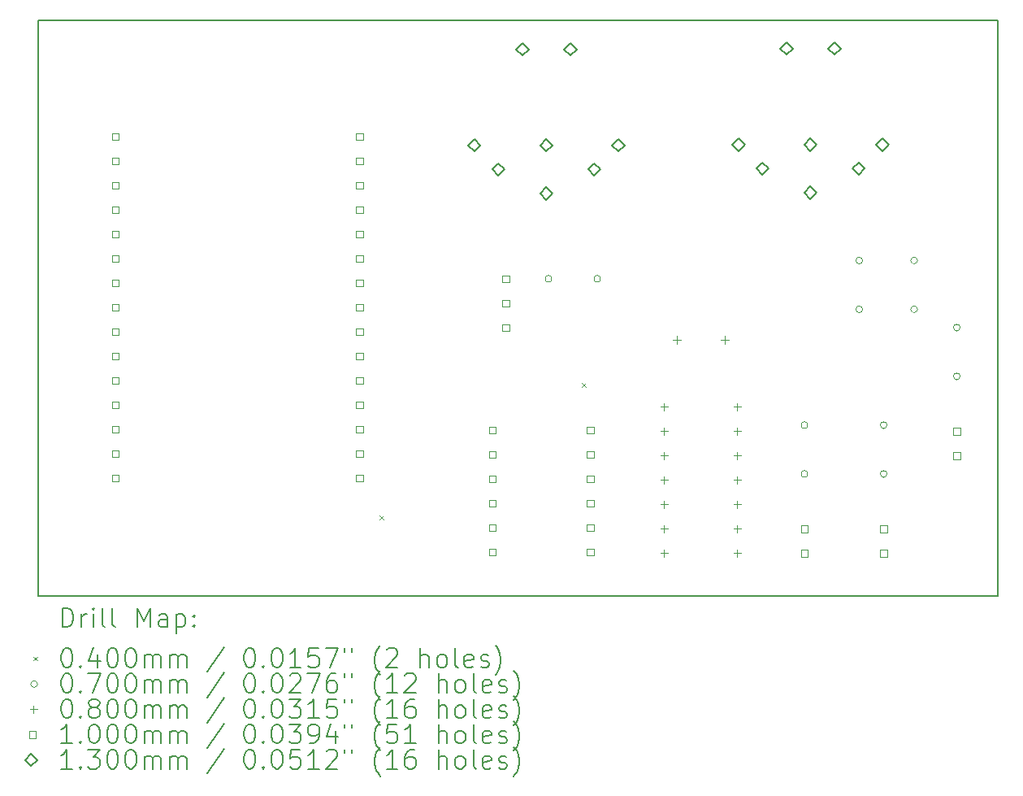
<source format=gbr>
%TF.GenerationSoftware,KiCad,Pcbnew,(6.0.11)*%
%TF.CreationDate,2024-07-28T13:45:36-05:00*%
%TF.ProjectId,iecprinter,69656370-7269-46e7-9465-722e6b696361,rev?*%
%TF.SameCoordinates,Original*%
%TF.FileFunction,Drillmap*%
%TF.FilePolarity,Positive*%
%FSLAX45Y45*%
G04 Gerber Fmt 4.5, Leading zero omitted, Abs format (unit mm)*
G04 Created by KiCad (PCBNEW (6.0.11)) date 2024-07-28 13:45:36*
%MOMM*%
%LPD*%
G01*
G04 APERTURE LIST*
%ADD10C,0.200000*%
%ADD11C,0.040000*%
%ADD12C,0.070000*%
%ADD13C,0.080000*%
%ADD14C,0.100000*%
%ADD15C,0.130000*%
G04 APERTURE END LIST*
D10*
X9100000Y-4100000D02*
X19100000Y-4100000D01*
X19100000Y-4100000D02*
X19100000Y-10100000D01*
X19100000Y-10100000D02*
X9100000Y-10100000D01*
X9100000Y-10100000D02*
X9100000Y-4100000D01*
D11*
X12657050Y-9260190D02*
X12697050Y-9300190D01*
X12697050Y-9260190D02*
X12657050Y-9300190D01*
X14761900Y-7881120D02*
X14801900Y-7921120D01*
X14801900Y-7881120D02*
X14761900Y-7921120D01*
D12*
X14449500Y-6794500D02*
G75*
G03*
X14449500Y-6794500I-35000J0D01*
G01*
X14957500Y-6794500D02*
G75*
G03*
X14957500Y-6794500I-35000J0D01*
G01*
X17116500Y-8318500D02*
G75*
G03*
X17116500Y-8318500I-35000J0D01*
G01*
X17116500Y-8826500D02*
G75*
G03*
X17116500Y-8826500I-35000J0D01*
G01*
X17688000Y-6604000D02*
G75*
G03*
X17688000Y-6604000I-35000J0D01*
G01*
X17688000Y-7112000D02*
G75*
G03*
X17688000Y-7112000I-35000J0D01*
G01*
X17942000Y-8318500D02*
G75*
G03*
X17942000Y-8318500I-35000J0D01*
G01*
X17942000Y-8826500D02*
G75*
G03*
X17942000Y-8826500I-35000J0D01*
G01*
X18259500Y-6604000D02*
G75*
G03*
X18259500Y-6604000I-35000J0D01*
G01*
X18259500Y-7112000D02*
G75*
G03*
X18259500Y-7112000I-35000J0D01*
G01*
X18704000Y-7302500D02*
G75*
G03*
X18704000Y-7302500I-35000J0D01*
G01*
X18704000Y-7810500D02*
G75*
G03*
X18704000Y-7810500I-35000J0D01*
G01*
D13*
X15621000Y-8088000D02*
X15621000Y-8168000D01*
X15581000Y-8128000D02*
X15661000Y-8128000D01*
X15621000Y-8342000D02*
X15621000Y-8422000D01*
X15581000Y-8382000D02*
X15661000Y-8382000D01*
X15621000Y-8596000D02*
X15621000Y-8676000D01*
X15581000Y-8636000D02*
X15661000Y-8636000D01*
X15621000Y-8850000D02*
X15621000Y-8930000D01*
X15581000Y-8890000D02*
X15661000Y-8890000D01*
X15621000Y-9104000D02*
X15621000Y-9184000D01*
X15581000Y-9144000D02*
X15661000Y-9144000D01*
X15621000Y-9358000D02*
X15621000Y-9438000D01*
X15581000Y-9398000D02*
X15661000Y-9398000D01*
X15621000Y-9612000D02*
X15621000Y-9692000D01*
X15581000Y-9652000D02*
X15661000Y-9652000D01*
X15752000Y-7389500D02*
X15752000Y-7469500D01*
X15712000Y-7429500D02*
X15792000Y-7429500D01*
X16252000Y-7389500D02*
X16252000Y-7469500D01*
X16212000Y-7429500D02*
X16292000Y-7429500D01*
X16383000Y-8088000D02*
X16383000Y-8168000D01*
X16343000Y-8128000D02*
X16423000Y-8128000D01*
X16383000Y-8342000D02*
X16383000Y-8422000D01*
X16343000Y-8382000D02*
X16423000Y-8382000D01*
X16383000Y-8596000D02*
X16383000Y-8676000D01*
X16343000Y-8636000D02*
X16423000Y-8636000D01*
X16383000Y-8850000D02*
X16383000Y-8930000D01*
X16343000Y-8890000D02*
X16423000Y-8890000D01*
X16383000Y-9104000D02*
X16383000Y-9184000D01*
X16343000Y-9144000D02*
X16423000Y-9144000D01*
X16383000Y-9358000D02*
X16383000Y-9438000D01*
X16343000Y-9398000D02*
X16423000Y-9398000D01*
X16383000Y-9612000D02*
X16383000Y-9692000D01*
X16343000Y-9652000D02*
X16423000Y-9652000D01*
D14*
X9936356Y-5346606D02*
X9936356Y-5275894D01*
X9865644Y-5275894D01*
X9865644Y-5346606D01*
X9936356Y-5346606D01*
X9936356Y-5600606D02*
X9936356Y-5529894D01*
X9865644Y-5529894D01*
X9865644Y-5600606D01*
X9936356Y-5600606D01*
X9936356Y-5854606D02*
X9936356Y-5783894D01*
X9865644Y-5783894D01*
X9865644Y-5854606D01*
X9936356Y-5854606D01*
X9936356Y-6108606D02*
X9936356Y-6037894D01*
X9865644Y-6037894D01*
X9865644Y-6108606D01*
X9936356Y-6108606D01*
X9936356Y-6362606D02*
X9936356Y-6291894D01*
X9865644Y-6291894D01*
X9865644Y-6362606D01*
X9936356Y-6362606D01*
X9936356Y-6616606D02*
X9936356Y-6545894D01*
X9865644Y-6545894D01*
X9865644Y-6616606D01*
X9936356Y-6616606D01*
X9936356Y-6870606D02*
X9936356Y-6799894D01*
X9865644Y-6799894D01*
X9865644Y-6870606D01*
X9936356Y-6870606D01*
X9936356Y-7124606D02*
X9936356Y-7053894D01*
X9865644Y-7053894D01*
X9865644Y-7124606D01*
X9936356Y-7124606D01*
X9936356Y-7378606D02*
X9936356Y-7307894D01*
X9865644Y-7307894D01*
X9865644Y-7378606D01*
X9936356Y-7378606D01*
X9936356Y-7632606D02*
X9936356Y-7561894D01*
X9865644Y-7561894D01*
X9865644Y-7632606D01*
X9936356Y-7632606D01*
X9936356Y-7886606D02*
X9936356Y-7815894D01*
X9865644Y-7815894D01*
X9865644Y-7886606D01*
X9936356Y-7886606D01*
X9936356Y-8140606D02*
X9936356Y-8069894D01*
X9865644Y-8069894D01*
X9865644Y-8140606D01*
X9936356Y-8140606D01*
X9936356Y-8394606D02*
X9936356Y-8323894D01*
X9865644Y-8323894D01*
X9865644Y-8394606D01*
X9936356Y-8394606D01*
X9936356Y-8648606D02*
X9936356Y-8577894D01*
X9865644Y-8577894D01*
X9865644Y-8648606D01*
X9936356Y-8648606D01*
X9936356Y-8902606D02*
X9936356Y-8831894D01*
X9865644Y-8831894D01*
X9865644Y-8902606D01*
X9936356Y-8902606D01*
X12480356Y-5346606D02*
X12480356Y-5275894D01*
X12409644Y-5275894D01*
X12409644Y-5346606D01*
X12480356Y-5346606D01*
X12480356Y-5600606D02*
X12480356Y-5529894D01*
X12409644Y-5529894D01*
X12409644Y-5600606D01*
X12480356Y-5600606D01*
X12480356Y-5854606D02*
X12480356Y-5783894D01*
X12409644Y-5783894D01*
X12409644Y-5854606D01*
X12480356Y-5854606D01*
X12480356Y-6108606D02*
X12480356Y-6037894D01*
X12409644Y-6037894D01*
X12409644Y-6108606D01*
X12480356Y-6108606D01*
X12480356Y-6362606D02*
X12480356Y-6291894D01*
X12409644Y-6291894D01*
X12409644Y-6362606D01*
X12480356Y-6362606D01*
X12480356Y-6616606D02*
X12480356Y-6545894D01*
X12409644Y-6545894D01*
X12409644Y-6616606D01*
X12480356Y-6616606D01*
X12480356Y-6870606D02*
X12480356Y-6799894D01*
X12409644Y-6799894D01*
X12409644Y-6870606D01*
X12480356Y-6870606D01*
X12480356Y-7124606D02*
X12480356Y-7053894D01*
X12409644Y-7053894D01*
X12409644Y-7124606D01*
X12480356Y-7124606D01*
X12480356Y-7378606D02*
X12480356Y-7307894D01*
X12409644Y-7307894D01*
X12409644Y-7378606D01*
X12480356Y-7378606D01*
X12480356Y-7632606D02*
X12480356Y-7561894D01*
X12409644Y-7561894D01*
X12409644Y-7632606D01*
X12480356Y-7632606D01*
X12480356Y-7886606D02*
X12480356Y-7815894D01*
X12409644Y-7815894D01*
X12409644Y-7886606D01*
X12480356Y-7886606D01*
X12480356Y-8140606D02*
X12480356Y-8069894D01*
X12409644Y-8069894D01*
X12409644Y-8140606D01*
X12480356Y-8140606D01*
X12480356Y-8394606D02*
X12480356Y-8323894D01*
X12409644Y-8323894D01*
X12409644Y-8394606D01*
X12480356Y-8394606D01*
X12480356Y-8648606D02*
X12480356Y-8577894D01*
X12409644Y-8577894D01*
X12409644Y-8648606D01*
X12480356Y-8648606D01*
X12480356Y-8902606D02*
X12480356Y-8831894D01*
X12409644Y-8831894D01*
X12409644Y-8902606D01*
X12480356Y-8902606D01*
X13866356Y-8404106D02*
X13866356Y-8333394D01*
X13795644Y-8333394D01*
X13795644Y-8404106D01*
X13866356Y-8404106D01*
X13866356Y-8658106D02*
X13866356Y-8587394D01*
X13795644Y-8587394D01*
X13795644Y-8658106D01*
X13866356Y-8658106D01*
X13866356Y-8912106D02*
X13866356Y-8841394D01*
X13795644Y-8841394D01*
X13795644Y-8912106D01*
X13866356Y-8912106D01*
X13866356Y-9166106D02*
X13866356Y-9095394D01*
X13795644Y-9095394D01*
X13795644Y-9166106D01*
X13866356Y-9166106D01*
X13866356Y-9420106D02*
X13866356Y-9349394D01*
X13795644Y-9349394D01*
X13795644Y-9420106D01*
X13866356Y-9420106D01*
X13866356Y-9674106D02*
X13866356Y-9603394D01*
X13795644Y-9603394D01*
X13795644Y-9674106D01*
X13866356Y-9674106D01*
X14005356Y-6831356D02*
X14005356Y-6760644D01*
X13934644Y-6760644D01*
X13934644Y-6831356D01*
X14005356Y-6831356D01*
X14005356Y-7085356D02*
X14005356Y-7014644D01*
X13934644Y-7014644D01*
X13934644Y-7085356D01*
X14005356Y-7085356D01*
X14005356Y-7339356D02*
X14005356Y-7268644D01*
X13934644Y-7268644D01*
X13934644Y-7339356D01*
X14005356Y-7339356D01*
X14886356Y-8408106D02*
X14886356Y-8337394D01*
X14815644Y-8337394D01*
X14815644Y-8408106D01*
X14886356Y-8408106D01*
X14886356Y-8662106D02*
X14886356Y-8591394D01*
X14815644Y-8591394D01*
X14815644Y-8662106D01*
X14886356Y-8662106D01*
X14886356Y-8916106D02*
X14886356Y-8845394D01*
X14815644Y-8845394D01*
X14815644Y-8916106D01*
X14886356Y-8916106D01*
X14886356Y-9170106D02*
X14886356Y-9099394D01*
X14815644Y-9099394D01*
X14815644Y-9170106D01*
X14886356Y-9170106D01*
X14886356Y-9424106D02*
X14886356Y-9353394D01*
X14815644Y-9353394D01*
X14815644Y-9424106D01*
X14886356Y-9424106D01*
X14886356Y-9674106D02*
X14886356Y-9603394D01*
X14815644Y-9603394D01*
X14815644Y-9674106D01*
X14886356Y-9674106D01*
X17116856Y-9432856D02*
X17116856Y-9362144D01*
X17046144Y-9362144D01*
X17046144Y-9432856D01*
X17116856Y-9432856D01*
X17116856Y-9686856D02*
X17116856Y-9616144D01*
X17046144Y-9616144D01*
X17046144Y-9686856D01*
X17116856Y-9686856D01*
X17942356Y-9432856D02*
X17942356Y-9362144D01*
X17871644Y-9362144D01*
X17871644Y-9432856D01*
X17942356Y-9432856D01*
X17942356Y-9686856D02*
X17942356Y-9616144D01*
X17871644Y-9616144D01*
X17871644Y-9686856D01*
X17942356Y-9686856D01*
X18704356Y-8416856D02*
X18704356Y-8346144D01*
X18633644Y-8346144D01*
X18633644Y-8416856D01*
X18704356Y-8416856D01*
X18704356Y-8670856D02*
X18704356Y-8600144D01*
X18633644Y-8600144D01*
X18633644Y-8670856D01*
X18704356Y-8670856D01*
D15*
X13642250Y-5470000D02*
X13707250Y-5405000D01*
X13642250Y-5340000D01*
X13577250Y-5405000D01*
X13642250Y-5470000D01*
X13892250Y-5720000D02*
X13957250Y-5655000D01*
X13892250Y-5590000D01*
X13827250Y-5655000D01*
X13892250Y-5720000D01*
X14142250Y-4470000D02*
X14207250Y-4405000D01*
X14142250Y-4340000D01*
X14077250Y-4405000D01*
X14142250Y-4470000D01*
X14392250Y-5470000D02*
X14457250Y-5405000D01*
X14392250Y-5340000D01*
X14327250Y-5405000D01*
X14392250Y-5470000D01*
X14392250Y-5970000D02*
X14457250Y-5905000D01*
X14392250Y-5840000D01*
X14327250Y-5905000D01*
X14392250Y-5970000D01*
X14642250Y-4470000D02*
X14707250Y-4405000D01*
X14642250Y-4340000D01*
X14577250Y-4405000D01*
X14642250Y-4470000D01*
X14892250Y-5720000D02*
X14957250Y-5655000D01*
X14892250Y-5590000D01*
X14827250Y-5655000D01*
X14892250Y-5720000D01*
X15142250Y-5470000D02*
X15207250Y-5405000D01*
X15142250Y-5340000D01*
X15077250Y-5405000D01*
X15142250Y-5470000D01*
X16395000Y-5462500D02*
X16460000Y-5397500D01*
X16395000Y-5332500D01*
X16330000Y-5397500D01*
X16395000Y-5462500D01*
X16645000Y-5712500D02*
X16710000Y-5647500D01*
X16645000Y-5582500D01*
X16580000Y-5647500D01*
X16645000Y-5712500D01*
X16895000Y-4462500D02*
X16960000Y-4397500D01*
X16895000Y-4332500D01*
X16830000Y-4397500D01*
X16895000Y-4462500D01*
X17145000Y-5462500D02*
X17210000Y-5397500D01*
X17145000Y-5332500D01*
X17080000Y-5397500D01*
X17145000Y-5462500D01*
X17145000Y-5962500D02*
X17210000Y-5897500D01*
X17145000Y-5832500D01*
X17080000Y-5897500D01*
X17145000Y-5962500D01*
X17395000Y-4462500D02*
X17460000Y-4397500D01*
X17395000Y-4332500D01*
X17330000Y-4397500D01*
X17395000Y-4462500D01*
X17645000Y-5712500D02*
X17710000Y-5647500D01*
X17645000Y-5582500D01*
X17580000Y-5647500D01*
X17645000Y-5712500D01*
X17895000Y-5462500D02*
X17960000Y-5397500D01*
X17895000Y-5332500D01*
X17830000Y-5397500D01*
X17895000Y-5462500D01*
D10*
X9347619Y-10420476D02*
X9347619Y-10220476D01*
X9395238Y-10220476D01*
X9423810Y-10230000D01*
X9442857Y-10249048D01*
X9452381Y-10268095D01*
X9461905Y-10306190D01*
X9461905Y-10334762D01*
X9452381Y-10372857D01*
X9442857Y-10391905D01*
X9423810Y-10410952D01*
X9395238Y-10420476D01*
X9347619Y-10420476D01*
X9547619Y-10420476D02*
X9547619Y-10287143D01*
X9547619Y-10325238D02*
X9557143Y-10306190D01*
X9566667Y-10296667D01*
X9585714Y-10287143D01*
X9604762Y-10287143D01*
X9671429Y-10420476D02*
X9671429Y-10287143D01*
X9671429Y-10220476D02*
X9661905Y-10230000D01*
X9671429Y-10239524D01*
X9680952Y-10230000D01*
X9671429Y-10220476D01*
X9671429Y-10239524D01*
X9795238Y-10420476D02*
X9776190Y-10410952D01*
X9766667Y-10391905D01*
X9766667Y-10220476D01*
X9900000Y-10420476D02*
X9880952Y-10410952D01*
X9871429Y-10391905D01*
X9871429Y-10220476D01*
X10128571Y-10420476D02*
X10128571Y-10220476D01*
X10195238Y-10363333D01*
X10261905Y-10220476D01*
X10261905Y-10420476D01*
X10442857Y-10420476D02*
X10442857Y-10315714D01*
X10433333Y-10296667D01*
X10414286Y-10287143D01*
X10376190Y-10287143D01*
X10357143Y-10296667D01*
X10442857Y-10410952D02*
X10423810Y-10420476D01*
X10376190Y-10420476D01*
X10357143Y-10410952D01*
X10347619Y-10391905D01*
X10347619Y-10372857D01*
X10357143Y-10353810D01*
X10376190Y-10344286D01*
X10423810Y-10344286D01*
X10442857Y-10334762D01*
X10538095Y-10287143D02*
X10538095Y-10487143D01*
X10538095Y-10296667D02*
X10557143Y-10287143D01*
X10595238Y-10287143D01*
X10614286Y-10296667D01*
X10623810Y-10306190D01*
X10633333Y-10325238D01*
X10633333Y-10382381D01*
X10623810Y-10401429D01*
X10614286Y-10410952D01*
X10595238Y-10420476D01*
X10557143Y-10420476D01*
X10538095Y-10410952D01*
X10719048Y-10401429D02*
X10728571Y-10410952D01*
X10719048Y-10420476D01*
X10709524Y-10410952D01*
X10719048Y-10401429D01*
X10719048Y-10420476D01*
X10719048Y-10296667D02*
X10728571Y-10306190D01*
X10719048Y-10315714D01*
X10709524Y-10306190D01*
X10719048Y-10296667D01*
X10719048Y-10315714D01*
D11*
X9050000Y-10730000D02*
X9090000Y-10770000D01*
X9090000Y-10730000D02*
X9050000Y-10770000D01*
D10*
X9385714Y-10640476D02*
X9404762Y-10640476D01*
X9423810Y-10650000D01*
X9433333Y-10659524D01*
X9442857Y-10678571D01*
X9452381Y-10716667D01*
X9452381Y-10764286D01*
X9442857Y-10802381D01*
X9433333Y-10821429D01*
X9423810Y-10830952D01*
X9404762Y-10840476D01*
X9385714Y-10840476D01*
X9366667Y-10830952D01*
X9357143Y-10821429D01*
X9347619Y-10802381D01*
X9338095Y-10764286D01*
X9338095Y-10716667D01*
X9347619Y-10678571D01*
X9357143Y-10659524D01*
X9366667Y-10650000D01*
X9385714Y-10640476D01*
X9538095Y-10821429D02*
X9547619Y-10830952D01*
X9538095Y-10840476D01*
X9528571Y-10830952D01*
X9538095Y-10821429D01*
X9538095Y-10840476D01*
X9719048Y-10707143D02*
X9719048Y-10840476D01*
X9671429Y-10630952D02*
X9623810Y-10773810D01*
X9747619Y-10773810D01*
X9861905Y-10640476D02*
X9880952Y-10640476D01*
X9900000Y-10650000D01*
X9909524Y-10659524D01*
X9919048Y-10678571D01*
X9928571Y-10716667D01*
X9928571Y-10764286D01*
X9919048Y-10802381D01*
X9909524Y-10821429D01*
X9900000Y-10830952D01*
X9880952Y-10840476D01*
X9861905Y-10840476D01*
X9842857Y-10830952D01*
X9833333Y-10821429D01*
X9823810Y-10802381D01*
X9814286Y-10764286D01*
X9814286Y-10716667D01*
X9823810Y-10678571D01*
X9833333Y-10659524D01*
X9842857Y-10650000D01*
X9861905Y-10640476D01*
X10052381Y-10640476D02*
X10071429Y-10640476D01*
X10090476Y-10650000D01*
X10100000Y-10659524D01*
X10109524Y-10678571D01*
X10119048Y-10716667D01*
X10119048Y-10764286D01*
X10109524Y-10802381D01*
X10100000Y-10821429D01*
X10090476Y-10830952D01*
X10071429Y-10840476D01*
X10052381Y-10840476D01*
X10033333Y-10830952D01*
X10023810Y-10821429D01*
X10014286Y-10802381D01*
X10004762Y-10764286D01*
X10004762Y-10716667D01*
X10014286Y-10678571D01*
X10023810Y-10659524D01*
X10033333Y-10650000D01*
X10052381Y-10640476D01*
X10204762Y-10840476D02*
X10204762Y-10707143D01*
X10204762Y-10726190D02*
X10214286Y-10716667D01*
X10233333Y-10707143D01*
X10261905Y-10707143D01*
X10280952Y-10716667D01*
X10290476Y-10735714D01*
X10290476Y-10840476D01*
X10290476Y-10735714D02*
X10300000Y-10716667D01*
X10319048Y-10707143D01*
X10347619Y-10707143D01*
X10366667Y-10716667D01*
X10376190Y-10735714D01*
X10376190Y-10840476D01*
X10471429Y-10840476D02*
X10471429Y-10707143D01*
X10471429Y-10726190D02*
X10480952Y-10716667D01*
X10500000Y-10707143D01*
X10528571Y-10707143D01*
X10547619Y-10716667D01*
X10557143Y-10735714D01*
X10557143Y-10840476D01*
X10557143Y-10735714D02*
X10566667Y-10716667D01*
X10585714Y-10707143D01*
X10614286Y-10707143D01*
X10633333Y-10716667D01*
X10642857Y-10735714D01*
X10642857Y-10840476D01*
X11033333Y-10630952D02*
X10861905Y-10888095D01*
X11290476Y-10640476D02*
X11309524Y-10640476D01*
X11328571Y-10650000D01*
X11338095Y-10659524D01*
X11347619Y-10678571D01*
X11357143Y-10716667D01*
X11357143Y-10764286D01*
X11347619Y-10802381D01*
X11338095Y-10821429D01*
X11328571Y-10830952D01*
X11309524Y-10840476D01*
X11290476Y-10840476D01*
X11271428Y-10830952D01*
X11261905Y-10821429D01*
X11252381Y-10802381D01*
X11242857Y-10764286D01*
X11242857Y-10716667D01*
X11252381Y-10678571D01*
X11261905Y-10659524D01*
X11271428Y-10650000D01*
X11290476Y-10640476D01*
X11442857Y-10821429D02*
X11452381Y-10830952D01*
X11442857Y-10840476D01*
X11433333Y-10830952D01*
X11442857Y-10821429D01*
X11442857Y-10840476D01*
X11576190Y-10640476D02*
X11595238Y-10640476D01*
X11614286Y-10650000D01*
X11623809Y-10659524D01*
X11633333Y-10678571D01*
X11642857Y-10716667D01*
X11642857Y-10764286D01*
X11633333Y-10802381D01*
X11623809Y-10821429D01*
X11614286Y-10830952D01*
X11595238Y-10840476D01*
X11576190Y-10840476D01*
X11557143Y-10830952D01*
X11547619Y-10821429D01*
X11538095Y-10802381D01*
X11528571Y-10764286D01*
X11528571Y-10716667D01*
X11538095Y-10678571D01*
X11547619Y-10659524D01*
X11557143Y-10650000D01*
X11576190Y-10640476D01*
X11833333Y-10840476D02*
X11719048Y-10840476D01*
X11776190Y-10840476D02*
X11776190Y-10640476D01*
X11757143Y-10669048D01*
X11738095Y-10688095D01*
X11719048Y-10697619D01*
X12014286Y-10640476D02*
X11919048Y-10640476D01*
X11909524Y-10735714D01*
X11919048Y-10726190D01*
X11938095Y-10716667D01*
X11985714Y-10716667D01*
X12004762Y-10726190D01*
X12014286Y-10735714D01*
X12023809Y-10754762D01*
X12023809Y-10802381D01*
X12014286Y-10821429D01*
X12004762Y-10830952D01*
X11985714Y-10840476D01*
X11938095Y-10840476D01*
X11919048Y-10830952D01*
X11909524Y-10821429D01*
X12090476Y-10640476D02*
X12223809Y-10640476D01*
X12138095Y-10840476D01*
X12290476Y-10640476D02*
X12290476Y-10678571D01*
X12366667Y-10640476D02*
X12366667Y-10678571D01*
X12661905Y-10916667D02*
X12652381Y-10907143D01*
X12633333Y-10878571D01*
X12623809Y-10859524D01*
X12614286Y-10830952D01*
X12604762Y-10783333D01*
X12604762Y-10745238D01*
X12614286Y-10697619D01*
X12623809Y-10669048D01*
X12633333Y-10650000D01*
X12652381Y-10621429D01*
X12661905Y-10611905D01*
X12728571Y-10659524D02*
X12738095Y-10650000D01*
X12757143Y-10640476D01*
X12804762Y-10640476D01*
X12823809Y-10650000D01*
X12833333Y-10659524D01*
X12842857Y-10678571D01*
X12842857Y-10697619D01*
X12833333Y-10726190D01*
X12719048Y-10840476D01*
X12842857Y-10840476D01*
X13080952Y-10840476D02*
X13080952Y-10640476D01*
X13166667Y-10840476D02*
X13166667Y-10735714D01*
X13157143Y-10716667D01*
X13138095Y-10707143D01*
X13109524Y-10707143D01*
X13090476Y-10716667D01*
X13080952Y-10726190D01*
X13290476Y-10840476D02*
X13271428Y-10830952D01*
X13261905Y-10821429D01*
X13252381Y-10802381D01*
X13252381Y-10745238D01*
X13261905Y-10726190D01*
X13271428Y-10716667D01*
X13290476Y-10707143D01*
X13319048Y-10707143D01*
X13338095Y-10716667D01*
X13347619Y-10726190D01*
X13357143Y-10745238D01*
X13357143Y-10802381D01*
X13347619Y-10821429D01*
X13338095Y-10830952D01*
X13319048Y-10840476D01*
X13290476Y-10840476D01*
X13471428Y-10840476D02*
X13452381Y-10830952D01*
X13442857Y-10811905D01*
X13442857Y-10640476D01*
X13623809Y-10830952D02*
X13604762Y-10840476D01*
X13566667Y-10840476D01*
X13547619Y-10830952D01*
X13538095Y-10811905D01*
X13538095Y-10735714D01*
X13547619Y-10716667D01*
X13566667Y-10707143D01*
X13604762Y-10707143D01*
X13623809Y-10716667D01*
X13633333Y-10735714D01*
X13633333Y-10754762D01*
X13538095Y-10773810D01*
X13709524Y-10830952D02*
X13728571Y-10840476D01*
X13766667Y-10840476D01*
X13785714Y-10830952D01*
X13795238Y-10811905D01*
X13795238Y-10802381D01*
X13785714Y-10783333D01*
X13766667Y-10773810D01*
X13738095Y-10773810D01*
X13719048Y-10764286D01*
X13709524Y-10745238D01*
X13709524Y-10735714D01*
X13719048Y-10716667D01*
X13738095Y-10707143D01*
X13766667Y-10707143D01*
X13785714Y-10716667D01*
X13861905Y-10916667D02*
X13871428Y-10907143D01*
X13890476Y-10878571D01*
X13900000Y-10859524D01*
X13909524Y-10830952D01*
X13919048Y-10783333D01*
X13919048Y-10745238D01*
X13909524Y-10697619D01*
X13900000Y-10669048D01*
X13890476Y-10650000D01*
X13871428Y-10621429D01*
X13861905Y-10611905D01*
D12*
X9090000Y-11014000D02*
G75*
G03*
X9090000Y-11014000I-35000J0D01*
G01*
D10*
X9385714Y-10904476D02*
X9404762Y-10904476D01*
X9423810Y-10914000D01*
X9433333Y-10923524D01*
X9442857Y-10942571D01*
X9452381Y-10980667D01*
X9452381Y-11028286D01*
X9442857Y-11066381D01*
X9433333Y-11085429D01*
X9423810Y-11094952D01*
X9404762Y-11104476D01*
X9385714Y-11104476D01*
X9366667Y-11094952D01*
X9357143Y-11085429D01*
X9347619Y-11066381D01*
X9338095Y-11028286D01*
X9338095Y-10980667D01*
X9347619Y-10942571D01*
X9357143Y-10923524D01*
X9366667Y-10914000D01*
X9385714Y-10904476D01*
X9538095Y-11085429D02*
X9547619Y-11094952D01*
X9538095Y-11104476D01*
X9528571Y-11094952D01*
X9538095Y-11085429D01*
X9538095Y-11104476D01*
X9614286Y-10904476D02*
X9747619Y-10904476D01*
X9661905Y-11104476D01*
X9861905Y-10904476D02*
X9880952Y-10904476D01*
X9900000Y-10914000D01*
X9909524Y-10923524D01*
X9919048Y-10942571D01*
X9928571Y-10980667D01*
X9928571Y-11028286D01*
X9919048Y-11066381D01*
X9909524Y-11085429D01*
X9900000Y-11094952D01*
X9880952Y-11104476D01*
X9861905Y-11104476D01*
X9842857Y-11094952D01*
X9833333Y-11085429D01*
X9823810Y-11066381D01*
X9814286Y-11028286D01*
X9814286Y-10980667D01*
X9823810Y-10942571D01*
X9833333Y-10923524D01*
X9842857Y-10914000D01*
X9861905Y-10904476D01*
X10052381Y-10904476D02*
X10071429Y-10904476D01*
X10090476Y-10914000D01*
X10100000Y-10923524D01*
X10109524Y-10942571D01*
X10119048Y-10980667D01*
X10119048Y-11028286D01*
X10109524Y-11066381D01*
X10100000Y-11085429D01*
X10090476Y-11094952D01*
X10071429Y-11104476D01*
X10052381Y-11104476D01*
X10033333Y-11094952D01*
X10023810Y-11085429D01*
X10014286Y-11066381D01*
X10004762Y-11028286D01*
X10004762Y-10980667D01*
X10014286Y-10942571D01*
X10023810Y-10923524D01*
X10033333Y-10914000D01*
X10052381Y-10904476D01*
X10204762Y-11104476D02*
X10204762Y-10971143D01*
X10204762Y-10990190D02*
X10214286Y-10980667D01*
X10233333Y-10971143D01*
X10261905Y-10971143D01*
X10280952Y-10980667D01*
X10290476Y-10999714D01*
X10290476Y-11104476D01*
X10290476Y-10999714D02*
X10300000Y-10980667D01*
X10319048Y-10971143D01*
X10347619Y-10971143D01*
X10366667Y-10980667D01*
X10376190Y-10999714D01*
X10376190Y-11104476D01*
X10471429Y-11104476D02*
X10471429Y-10971143D01*
X10471429Y-10990190D02*
X10480952Y-10980667D01*
X10500000Y-10971143D01*
X10528571Y-10971143D01*
X10547619Y-10980667D01*
X10557143Y-10999714D01*
X10557143Y-11104476D01*
X10557143Y-10999714D02*
X10566667Y-10980667D01*
X10585714Y-10971143D01*
X10614286Y-10971143D01*
X10633333Y-10980667D01*
X10642857Y-10999714D01*
X10642857Y-11104476D01*
X11033333Y-10894952D02*
X10861905Y-11152095D01*
X11290476Y-10904476D02*
X11309524Y-10904476D01*
X11328571Y-10914000D01*
X11338095Y-10923524D01*
X11347619Y-10942571D01*
X11357143Y-10980667D01*
X11357143Y-11028286D01*
X11347619Y-11066381D01*
X11338095Y-11085429D01*
X11328571Y-11094952D01*
X11309524Y-11104476D01*
X11290476Y-11104476D01*
X11271428Y-11094952D01*
X11261905Y-11085429D01*
X11252381Y-11066381D01*
X11242857Y-11028286D01*
X11242857Y-10980667D01*
X11252381Y-10942571D01*
X11261905Y-10923524D01*
X11271428Y-10914000D01*
X11290476Y-10904476D01*
X11442857Y-11085429D02*
X11452381Y-11094952D01*
X11442857Y-11104476D01*
X11433333Y-11094952D01*
X11442857Y-11085429D01*
X11442857Y-11104476D01*
X11576190Y-10904476D02*
X11595238Y-10904476D01*
X11614286Y-10914000D01*
X11623809Y-10923524D01*
X11633333Y-10942571D01*
X11642857Y-10980667D01*
X11642857Y-11028286D01*
X11633333Y-11066381D01*
X11623809Y-11085429D01*
X11614286Y-11094952D01*
X11595238Y-11104476D01*
X11576190Y-11104476D01*
X11557143Y-11094952D01*
X11547619Y-11085429D01*
X11538095Y-11066381D01*
X11528571Y-11028286D01*
X11528571Y-10980667D01*
X11538095Y-10942571D01*
X11547619Y-10923524D01*
X11557143Y-10914000D01*
X11576190Y-10904476D01*
X11719048Y-10923524D02*
X11728571Y-10914000D01*
X11747619Y-10904476D01*
X11795238Y-10904476D01*
X11814286Y-10914000D01*
X11823809Y-10923524D01*
X11833333Y-10942571D01*
X11833333Y-10961619D01*
X11823809Y-10990190D01*
X11709524Y-11104476D01*
X11833333Y-11104476D01*
X11900000Y-10904476D02*
X12033333Y-10904476D01*
X11947619Y-11104476D01*
X12195238Y-10904476D02*
X12157143Y-10904476D01*
X12138095Y-10914000D01*
X12128571Y-10923524D01*
X12109524Y-10952095D01*
X12100000Y-10990190D01*
X12100000Y-11066381D01*
X12109524Y-11085429D01*
X12119048Y-11094952D01*
X12138095Y-11104476D01*
X12176190Y-11104476D01*
X12195238Y-11094952D01*
X12204762Y-11085429D01*
X12214286Y-11066381D01*
X12214286Y-11018762D01*
X12204762Y-10999714D01*
X12195238Y-10990190D01*
X12176190Y-10980667D01*
X12138095Y-10980667D01*
X12119048Y-10990190D01*
X12109524Y-10999714D01*
X12100000Y-11018762D01*
X12290476Y-10904476D02*
X12290476Y-10942571D01*
X12366667Y-10904476D02*
X12366667Y-10942571D01*
X12661905Y-11180667D02*
X12652381Y-11171143D01*
X12633333Y-11142571D01*
X12623809Y-11123524D01*
X12614286Y-11094952D01*
X12604762Y-11047333D01*
X12604762Y-11009238D01*
X12614286Y-10961619D01*
X12623809Y-10933048D01*
X12633333Y-10914000D01*
X12652381Y-10885429D01*
X12661905Y-10875905D01*
X12842857Y-11104476D02*
X12728571Y-11104476D01*
X12785714Y-11104476D02*
X12785714Y-10904476D01*
X12766667Y-10933048D01*
X12747619Y-10952095D01*
X12728571Y-10961619D01*
X12919048Y-10923524D02*
X12928571Y-10914000D01*
X12947619Y-10904476D01*
X12995238Y-10904476D01*
X13014286Y-10914000D01*
X13023809Y-10923524D01*
X13033333Y-10942571D01*
X13033333Y-10961619D01*
X13023809Y-10990190D01*
X12909524Y-11104476D01*
X13033333Y-11104476D01*
X13271428Y-11104476D02*
X13271428Y-10904476D01*
X13357143Y-11104476D02*
X13357143Y-10999714D01*
X13347619Y-10980667D01*
X13328571Y-10971143D01*
X13300000Y-10971143D01*
X13280952Y-10980667D01*
X13271428Y-10990190D01*
X13480952Y-11104476D02*
X13461905Y-11094952D01*
X13452381Y-11085429D01*
X13442857Y-11066381D01*
X13442857Y-11009238D01*
X13452381Y-10990190D01*
X13461905Y-10980667D01*
X13480952Y-10971143D01*
X13509524Y-10971143D01*
X13528571Y-10980667D01*
X13538095Y-10990190D01*
X13547619Y-11009238D01*
X13547619Y-11066381D01*
X13538095Y-11085429D01*
X13528571Y-11094952D01*
X13509524Y-11104476D01*
X13480952Y-11104476D01*
X13661905Y-11104476D02*
X13642857Y-11094952D01*
X13633333Y-11075905D01*
X13633333Y-10904476D01*
X13814286Y-11094952D02*
X13795238Y-11104476D01*
X13757143Y-11104476D01*
X13738095Y-11094952D01*
X13728571Y-11075905D01*
X13728571Y-10999714D01*
X13738095Y-10980667D01*
X13757143Y-10971143D01*
X13795238Y-10971143D01*
X13814286Y-10980667D01*
X13823809Y-10999714D01*
X13823809Y-11018762D01*
X13728571Y-11037810D01*
X13900000Y-11094952D02*
X13919048Y-11104476D01*
X13957143Y-11104476D01*
X13976190Y-11094952D01*
X13985714Y-11075905D01*
X13985714Y-11066381D01*
X13976190Y-11047333D01*
X13957143Y-11037810D01*
X13928571Y-11037810D01*
X13909524Y-11028286D01*
X13900000Y-11009238D01*
X13900000Y-10999714D01*
X13909524Y-10980667D01*
X13928571Y-10971143D01*
X13957143Y-10971143D01*
X13976190Y-10980667D01*
X14052381Y-11180667D02*
X14061905Y-11171143D01*
X14080952Y-11142571D01*
X14090476Y-11123524D01*
X14100000Y-11094952D01*
X14109524Y-11047333D01*
X14109524Y-11009238D01*
X14100000Y-10961619D01*
X14090476Y-10933048D01*
X14080952Y-10914000D01*
X14061905Y-10885429D01*
X14052381Y-10875905D01*
D13*
X9050000Y-11238000D02*
X9050000Y-11318000D01*
X9010000Y-11278000D02*
X9090000Y-11278000D01*
D10*
X9385714Y-11168476D02*
X9404762Y-11168476D01*
X9423810Y-11178000D01*
X9433333Y-11187524D01*
X9442857Y-11206571D01*
X9452381Y-11244667D01*
X9452381Y-11292286D01*
X9442857Y-11330381D01*
X9433333Y-11349428D01*
X9423810Y-11358952D01*
X9404762Y-11368476D01*
X9385714Y-11368476D01*
X9366667Y-11358952D01*
X9357143Y-11349428D01*
X9347619Y-11330381D01*
X9338095Y-11292286D01*
X9338095Y-11244667D01*
X9347619Y-11206571D01*
X9357143Y-11187524D01*
X9366667Y-11178000D01*
X9385714Y-11168476D01*
X9538095Y-11349428D02*
X9547619Y-11358952D01*
X9538095Y-11368476D01*
X9528571Y-11358952D01*
X9538095Y-11349428D01*
X9538095Y-11368476D01*
X9661905Y-11254190D02*
X9642857Y-11244667D01*
X9633333Y-11235143D01*
X9623810Y-11216095D01*
X9623810Y-11206571D01*
X9633333Y-11187524D01*
X9642857Y-11178000D01*
X9661905Y-11168476D01*
X9700000Y-11168476D01*
X9719048Y-11178000D01*
X9728571Y-11187524D01*
X9738095Y-11206571D01*
X9738095Y-11216095D01*
X9728571Y-11235143D01*
X9719048Y-11244667D01*
X9700000Y-11254190D01*
X9661905Y-11254190D01*
X9642857Y-11263714D01*
X9633333Y-11273238D01*
X9623810Y-11292286D01*
X9623810Y-11330381D01*
X9633333Y-11349428D01*
X9642857Y-11358952D01*
X9661905Y-11368476D01*
X9700000Y-11368476D01*
X9719048Y-11358952D01*
X9728571Y-11349428D01*
X9738095Y-11330381D01*
X9738095Y-11292286D01*
X9728571Y-11273238D01*
X9719048Y-11263714D01*
X9700000Y-11254190D01*
X9861905Y-11168476D02*
X9880952Y-11168476D01*
X9900000Y-11178000D01*
X9909524Y-11187524D01*
X9919048Y-11206571D01*
X9928571Y-11244667D01*
X9928571Y-11292286D01*
X9919048Y-11330381D01*
X9909524Y-11349428D01*
X9900000Y-11358952D01*
X9880952Y-11368476D01*
X9861905Y-11368476D01*
X9842857Y-11358952D01*
X9833333Y-11349428D01*
X9823810Y-11330381D01*
X9814286Y-11292286D01*
X9814286Y-11244667D01*
X9823810Y-11206571D01*
X9833333Y-11187524D01*
X9842857Y-11178000D01*
X9861905Y-11168476D01*
X10052381Y-11168476D02*
X10071429Y-11168476D01*
X10090476Y-11178000D01*
X10100000Y-11187524D01*
X10109524Y-11206571D01*
X10119048Y-11244667D01*
X10119048Y-11292286D01*
X10109524Y-11330381D01*
X10100000Y-11349428D01*
X10090476Y-11358952D01*
X10071429Y-11368476D01*
X10052381Y-11368476D01*
X10033333Y-11358952D01*
X10023810Y-11349428D01*
X10014286Y-11330381D01*
X10004762Y-11292286D01*
X10004762Y-11244667D01*
X10014286Y-11206571D01*
X10023810Y-11187524D01*
X10033333Y-11178000D01*
X10052381Y-11168476D01*
X10204762Y-11368476D02*
X10204762Y-11235143D01*
X10204762Y-11254190D02*
X10214286Y-11244667D01*
X10233333Y-11235143D01*
X10261905Y-11235143D01*
X10280952Y-11244667D01*
X10290476Y-11263714D01*
X10290476Y-11368476D01*
X10290476Y-11263714D02*
X10300000Y-11244667D01*
X10319048Y-11235143D01*
X10347619Y-11235143D01*
X10366667Y-11244667D01*
X10376190Y-11263714D01*
X10376190Y-11368476D01*
X10471429Y-11368476D02*
X10471429Y-11235143D01*
X10471429Y-11254190D02*
X10480952Y-11244667D01*
X10500000Y-11235143D01*
X10528571Y-11235143D01*
X10547619Y-11244667D01*
X10557143Y-11263714D01*
X10557143Y-11368476D01*
X10557143Y-11263714D02*
X10566667Y-11244667D01*
X10585714Y-11235143D01*
X10614286Y-11235143D01*
X10633333Y-11244667D01*
X10642857Y-11263714D01*
X10642857Y-11368476D01*
X11033333Y-11158952D02*
X10861905Y-11416095D01*
X11290476Y-11168476D02*
X11309524Y-11168476D01*
X11328571Y-11178000D01*
X11338095Y-11187524D01*
X11347619Y-11206571D01*
X11357143Y-11244667D01*
X11357143Y-11292286D01*
X11347619Y-11330381D01*
X11338095Y-11349428D01*
X11328571Y-11358952D01*
X11309524Y-11368476D01*
X11290476Y-11368476D01*
X11271428Y-11358952D01*
X11261905Y-11349428D01*
X11252381Y-11330381D01*
X11242857Y-11292286D01*
X11242857Y-11244667D01*
X11252381Y-11206571D01*
X11261905Y-11187524D01*
X11271428Y-11178000D01*
X11290476Y-11168476D01*
X11442857Y-11349428D02*
X11452381Y-11358952D01*
X11442857Y-11368476D01*
X11433333Y-11358952D01*
X11442857Y-11349428D01*
X11442857Y-11368476D01*
X11576190Y-11168476D02*
X11595238Y-11168476D01*
X11614286Y-11178000D01*
X11623809Y-11187524D01*
X11633333Y-11206571D01*
X11642857Y-11244667D01*
X11642857Y-11292286D01*
X11633333Y-11330381D01*
X11623809Y-11349428D01*
X11614286Y-11358952D01*
X11595238Y-11368476D01*
X11576190Y-11368476D01*
X11557143Y-11358952D01*
X11547619Y-11349428D01*
X11538095Y-11330381D01*
X11528571Y-11292286D01*
X11528571Y-11244667D01*
X11538095Y-11206571D01*
X11547619Y-11187524D01*
X11557143Y-11178000D01*
X11576190Y-11168476D01*
X11709524Y-11168476D02*
X11833333Y-11168476D01*
X11766667Y-11244667D01*
X11795238Y-11244667D01*
X11814286Y-11254190D01*
X11823809Y-11263714D01*
X11833333Y-11282762D01*
X11833333Y-11330381D01*
X11823809Y-11349428D01*
X11814286Y-11358952D01*
X11795238Y-11368476D01*
X11738095Y-11368476D01*
X11719048Y-11358952D01*
X11709524Y-11349428D01*
X12023809Y-11368476D02*
X11909524Y-11368476D01*
X11966667Y-11368476D02*
X11966667Y-11168476D01*
X11947619Y-11197048D01*
X11928571Y-11216095D01*
X11909524Y-11225619D01*
X12204762Y-11168476D02*
X12109524Y-11168476D01*
X12100000Y-11263714D01*
X12109524Y-11254190D01*
X12128571Y-11244667D01*
X12176190Y-11244667D01*
X12195238Y-11254190D01*
X12204762Y-11263714D01*
X12214286Y-11282762D01*
X12214286Y-11330381D01*
X12204762Y-11349428D01*
X12195238Y-11358952D01*
X12176190Y-11368476D01*
X12128571Y-11368476D01*
X12109524Y-11358952D01*
X12100000Y-11349428D01*
X12290476Y-11168476D02*
X12290476Y-11206571D01*
X12366667Y-11168476D02*
X12366667Y-11206571D01*
X12661905Y-11444667D02*
X12652381Y-11435143D01*
X12633333Y-11406571D01*
X12623809Y-11387524D01*
X12614286Y-11358952D01*
X12604762Y-11311333D01*
X12604762Y-11273238D01*
X12614286Y-11225619D01*
X12623809Y-11197048D01*
X12633333Y-11178000D01*
X12652381Y-11149429D01*
X12661905Y-11139905D01*
X12842857Y-11368476D02*
X12728571Y-11368476D01*
X12785714Y-11368476D02*
X12785714Y-11168476D01*
X12766667Y-11197048D01*
X12747619Y-11216095D01*
X12728571Y-11225619D01*
X13014286Y-11168476D02*
X12976190Y-11168476D01*
X12957143Y-11178000D01*
X12947619Y-11187524D01*
X12928571Y-11216095D01*
X12919048Y-11254190D01*
X12919048Y-11330381D01*
X12928571Y-11349428D01*
X12938095Y-11358952D01*
X12957143Y-11368476D01*
X12995238Y-11368476D01*
X13014286Y-11358952D01*
X13023809Y-11349428D01*
X13033333Y-11330381D01*
X13033333Y-11282762D01*
X13023809Y-11263714D01*
X13014286Y-11254190D01*
X12995238Y-11244667D01*
X12957143Y-11244667D01*
X12938095Y-11254190D01*
X12928571Y-11263714D01*
X12919048Y-11282762D01*
X13271428Y-11368476D02*
X13271428Y-11168476D01*
X13357143Y-11368476D02*
X13357143Y-11263714D01*
X13347619Y-11244667D01*
X13328571Y-11235143D01*
X13300000Y-11235143D01*
X13280952Y-11244667D01*
X13271428Y-11254190D01*
X13480952Y-11368476D02*
X13461905Y-11358952D01*
X13452381Y-11349428D01*
X13442857Y-11330381D01*
X13442857Y-11273238D01*
X13452381Y-11254190D01*
X13461905Y-11244667D01*
X13480952Y-11235143D01*
X13509524Y-11235143D01*
X13528571Y-11244667D01*
X13538095Y-11254190D01*
X13547619Y-11273238D01*
X13547619Y-11330381D01*
X13538095Y-11349428D01*
X13528571Y-11358952D01*
X13509524Y-11368476D01*
X13480952Y-11368476D01*
X13661905Y-11368476D02*
X13642857Y-11358952D01*
X13633333Y-11339905D01*
X13633333Y-11168476D01*
X13814286Y-11358952D02*
X13795238Y-11368476D01*
X13757143Y-11368476D01*
X13738095Y-11358952D01*
X13728571Y-11339905D01*
X13728571Y-11263714D01*
X13738095Y-11244667D01*
X13757143Y-11235143D01*
X13795238Y-11235143D01*
X13814286Y-11244667D01*
X13823809Y-11263714D01*
X13823809Y-11282762D01*
X13728571Y-11301809D01*
X13900000Y-11358952D02*
X13919048Y-11368476D01*
X13957143Y-11368476D01*
X13976190Y-11358952D01*
X13985714Y-11339905D01*
X13985714Y-11330381D01*
X13976190Y-11311333D01*
X13957143Y-11301809D01*
X13928571Y-11301809D01*
X13909524Y-11292286D01*
X13900000Y-11273238D01*
X13900000Y-11263714D01*
X13909524Y-11244667D01*
X13928571Y-11235143D01*
X13957143Y-11235143D01*
X13976190Y-11244667D01*
X14052381Y-11444667D02*
X14061905Y-11435143D01*
X14080952Y-11406571D01*
X14090476Y-11387524D01*
X14100000Y-11358952D01*
X14109524Y-11311333D01*
X14109524Y-11273238D01*
X14100000Y-11225619D01*
X14090476Y-11197048D01*
X14080952Y-11178000D01*
X14061905Y-11149429D01*
X14052381Y-11139905D01*
D14*
X9075356Y-11577356D02*
X9075356Y-11506644D01*
X9004644Y-11506644D01*
X9004644Y-11577356D01*
X9075356Y-11577356D01*
D10*
X9452381Y-11632476D02*
X9338095Y-11632476D01*
X9395238Y-11632476D02*
X9395238Y-11432476D01*
X9376190Y-11461048D01*
X9357143Y-11480095D01*
X9338095Y-11489619D01*
X9538095Y-11613428D02*
X9547619Y-11622952D01*
X9538095Y-11632476D01*
X9528571Y-11622952D01*
X9538095Y-11613428D01*
X9538095Y-11632476D01*
X9671429Y-11432476D02*
X9690476Y-11432476D01*
X9709524Y-11442000D01*
X9719048Y-11451524D01*
X9728571Y-11470571D01*
X9738095Y-11508667D01*
X9738095Y-11556286D01*
X9728571Y-11594381D01*
X9719048Y-11613428D01*
X9709524Y-11622952D01*
X9690476Y-11632476D01*
X9671429Y-11632476D01*
X9652381Y-11622952D01*
X9642857Y-11613428D01*
X9633333Y-11594381D01*
X9623810Y-11556286D01*
X9623810Y-11508667D01*
X9633333Y-11470571D01*
X9642857Y-11451524D01*
X9652381Y-11442000D01*
X9671429Y-11432476D01*
X9861905Y-11432476D02*
X9880952Y-11432476D01*
X9900000Y-11442000D01*
X9909524Y-11451524D01*
X9919048Y-11470571D01*
X9928571Y-11508667D01*
X9928571Y-11556286D01*
X9919048Y-11594381D01*
X9909524Y-11613428D01*
X9900000Y-11622952D01*
X9880952Y-11632476D01*
X9861905Y-11632476D01*
X9842857Y-11622952D01*
X9833333Y-11613428D01*
X9823810Y-11594381D01*
X9814286Y-11556286D01*
X9814286Y-11508667D01*
X9823810Y-11470571D01*
X9833333Y-11451524D01*
X9842857Y-11442000D01*
X9861905Y-11432476D01*
X10052381Y-11432476D02*
X10071429Y-11432476D01*
X10090476Y-11442000D01*
X10100000Y-11451524D01*
X10109524Y-11470571D01*
X10119048Y-11508667D01*
X10119048Y-11556286D01*
X10109524Y-11594381D01*
X10100000Y-11613428D01*
X10090476Y-11622952D01*
X10071429Y-11632476D01*
X10052381Y-11632476D01*
X10033333Y-11622952D01*
X10023810Y-11613428D01*
X10014286Y-11594381D01*
X10004762Y-11556286D01*
X10004762Y-11508667D01*
X10014286Y-11470571D01*
X10023810Y-11451524D01*
X10033333Y-11442000D01*
X10052381Y-11432476D01*
X10204762Y-11632476D02*
X10204762Y-11499143D01*
X10204762Y-11518190D02*
X10214286Y-11508667D01*
X10233333Y-11499143D01*
X10261905Y-11499143D01*
X10280952Y-11508667D01*
X10290476Y-11527714D01*
X10290476Y-11632476D01*
X10290476Y-11527714D02*
X10300000Y-11508667D01*
X10319048Y-11499143D01*
X10347619Y-11499143D01*
X10366667Y-11508667D01*
X10376190Y-11527714D01*
X10376190Y-11632476D01*
X10471429Y-11632476D02*
X10471429Y-11499143D01*
X10471429Y-11518190D02*
X10480952Y-11508667D01*
X10500000Y-11499143D01*
X10528571Y-11499143D01*
X10547619Y-11508667D01*
X10557143Y-11527714D01*
X10557143Y-11632476D01*
X10557143Y-11527714D02*
X10566667Y-11508667D01*
X10585714Y-11499143D01*
X10614286Y-11499143D01*
X10633333Y-11508667D01*
X10642857Y-11527714D01*
X10642857Y-11632476D01*
X11033333Y-11422952D02*
X10861905Y-11680095D01*
X11290476Y-11432476D02*
X11309524Y-11432476D01*
X11328571Y-11442000D01*
X11338095Y-11451524D01*
X11347619Y-11470571D01*
X11357143Y-11508667D01*
X11357143Y-11556286D01*
X11347619Y-11594381D01*
X11338095Y-11613428D01*
X11328571Y-11622952D01*
X11309524Y-11632476D01*
X11290476Y-11632476D01*
X11271428Y-11622952D01*
X11261905Y-11613428D01*
X11252381Y-11594381D01*
X11242857Y-11556286D01*
X11242857Y-11508667D01*
X11252381Y-11470571D01*
X11261905Y-11451524D01*
X11271428Y-11442000D01*
X11290476Y-11432476D01*
X11442857Y-11613428D02*
X11452381Y-11622952D01*
X11442857Y-11632476D01*
X11433333Y-11622952D01*
X11442857Y-11613428D01*
X11442857Y-11632476D01*
X11576190Y-11432476D02*
X11595238Y-11432476D01*
X11614286Y-11442000D01*
X11623809Y-11451524D01*
X11633333Y-11470571D01*
X11642857Y-11508667D01*
X11642857Y-11556286D01*
X11633333Y-11594381D01*
X11623809Y-11613428D01*
X11614286Y-11622952D01*
X11595238Y-11632476D01*
X11576190Y-11632476D01*
X11557143Y-11622952D01*
X11547619Y-11613428D01*
X11538095Y-11594381D01*
X11528571Y-11556286D01*
X11528571Y-11508667D01*
X11538095Y-11470571D01*
X11547619Y-11451524D01*
X11557143Y-11442000D01*
X11576190Y-11432476D01*
X11709524Y-11432476D02*
X11833333Y-11432476D01*
X11766667Y-11508667D01*
X11795238Y-11508667D01*
X11814286Y-11518190D01*
X11823809Y-11527714D01*
X11833333Y-11546762D01*
X11833333Y-11594381D01*
X11823809Y-11613428D01*
X11814286Y-11622952D01*
X11795238Y-11632476D01*
X11738095Y-11632476D01*
X11719048Y-11622952D01*
X11709524Y-11613428D01*
X11928571Y-11632476D02*
X11966667Y-11632476D01*
X11985714Y-11622952D01*
X11995238Y-11613428D01*
X12014286Y-11584857D01*
X12023809Y-11546762D01*
X12023809Y-11470571D01*
X12014286Y-11451524D01*
X12004762Y-11442000D01*
X11985714Y-11432476D01*
X11947619Y-11432476D01*
X11928571Y-11442000D01*
X11919048Y-11451524D01*
X11909524Y-11470571D01*
X11909524Y-11518190D01*
X11919048Y-11537238D01*
X11928571Y-11546762D01*
X11947619Y-11556286D01*
X11985714Y-11556286D01*
X12004762Y-11546762D01*
X12014286Y-11537238D01*
X12023809Y-11518190D01*
X12195238Y-11499143D02*
X12195238Y-11632476D01*
X12147619Y-11422952D02*
X12100000Y-11565809D01*
X12223809Y-11565809D01*
X12290476Y-11432476D02*
X12290476Y-11470571D01*
X12366667Y-11432476D02*
X12366667Y-11470571D01*
X12661905Y-11708667D02*
X12652381Y-11699143D01*
X12633333Y-11670571D01*
X12623809Y-11651524D01*
X12614286Y-11622952D01*
X12604762Y-11575333D01*
X12604762Y-11537238D01*
X12614286Y-11489619D01*
X12623809Y-11461048D01*
X12633333Y-11442000D01*
X12652381Y-11413428D01*
X12661905Y-11403905D01*
X12833333Y-11432476D02*
X12738095Y-11432476D01*
X12728571Y-11527714D01*
X12738095Y-11518190D01*
X12757143Y-11508667D01*
X12804762Y-11508667D01*
X12823809Y-11518190D01*
X12833333Y-11527714D01*
X12842857Y-11546762D01*
X12842857Y-11594381D01*
X12833333Y-11613428D01*
X12823809Y-11622952D01*
X12804762Y-11632476D01*
X12757143Y-11632476D01*
X12738095Y-11622952D01*
X12728571Y-11613428D01*
X13033333Y-11632476D02*
X12919048Y-11632476D01*
X12976190Y-11632476D02*
X12976190Y-11432476D01*
X12957143Y-11461048D01*
X12938095Y-11480095D01*
X12919048Y-11489619D01*
X13271428Y-11632476D02*
X13271428Y-11432476D01*
X13357143Y-11632476D02*
X13357143Y-11527714D01*
X13347619Y-11508667D01*
X13328571Y-11499143D01*
X13300000Y-11499143D01*
X13280952Y-11508667D01*
X13271428Y-11518190D01*
X13480952Y-11632476D02*
X13461905Y-11622952D01*
X13452381Y-11613428D01*
X13442857Y-11594381D01*
X13442857Y-11537238D01*
X13452381Y-11518190D01*
X13461905Y-11508667D01*
X13480952Y-11499143D01*
X13509524Y-11499143D01*
X13528571Y-11508667D01*
X13538095Y-11518190D01*
X13547619Y-11537238D01*
X13547619Y-11594381D01*
X13538095Y-11613428D01*
X13528571Y-11622952D01*
X13509524Y-11632476D01*
X13480952Y-11632476D01*
X13661905Y-11632476D02*
X13642857Y-11622952D01*
X13633333Y-11603905D01*
X13633333Y-11432476D01*
X13814286Y-11622952D02*
X13795238Y-11632476D01*
X13757143Y-11632476D01*
X13738095Y-11622952D01*
X13728571Y-11603905D01*
X13728571Y-11527714D01*
X13738095Y-11508667D01*
X13757143Y-11499143D01*
X13795238Y-11499143D01*
X13814286Y-11508667D01*
X13823809Y-11527714D01*
X13823809Y-11546762D01*
X13728571Y-11565809D01*
X13900000Y-11622952D02*
X13919048Y-11632476D01*
X13957143Y-11632476D01*
X13976190Y-11622952D01*
X13985714Y-11603905D01*
X13985714Y-11594381D01*
X13976190Y-11575333D01*
X13957143Y-11565809D01*
X13928571Y-11565809D01*
X13909524Y-11556286D01*
X13900000Y-11537238D01*
X13900000Y-11527714D01*
X13909524Y-11508667D01*
X13928571Y-11499143D01*
X13957143Y-11499143D01*
X13976190Y-11508667D01*
X14052381Y-11708667D02*
X14061905Y-11699143D01*
X14080952Y-11670571D01*
X14090476Y-11651524D01*
X14100000Y-11622952D01*
X14109524Y-11575333D01*
X14109524Y-11537238D01*
X14100000Y-11489619D01*
X14090476Y-11461048D01*
X14080952Y-11442000D01*
X14061905Y-11413428D01*
X14052381Y-11403905D01*
D15*
X9025000Y-11871000D02*
X9090000Y-11806000D01*
X9025000Y-11741000D01*
X8960000Y-11806000D01*
X9025000Y-11871000D01*
D10*
X9452381Y-11896476D02*
X9338095Y-11896476D01*
X9395238Y-11896476D02*
X9395238Y-11696476D01*
X9376190Y-11725048D01*
X9357143Y-11744095D01*
X9338095Y-11753619D01*
X9538095Y-11877428D02*
X9547619Y-11886952D01*
X9538095Y-11896476D01*
X9528571Y-11886952D01*
X9538095Y-11877428D01*
X9538095Y-11896476D01*
X9614286Y-11696476D02*
X9738095Y-11696476D01*
X9671429Y-11772667D01*
X9700000Y-11772667D01*
X9719048Y-11782190D01*
X9728571Y-11791714D01*
X9738095Y-11810762D01*
X9738095Y-11858381D01*
X9728571Y-11877428D01*
X9719048Y-11886952D01*
X9700000Y-11896476D01*
X9642857Y-11896476D01*
X9623810Y-11886952D01*
X9614286Y-11877428D01*
X9861905Y-11696476D02*
X9880952Y-11696476D01*
X9900000Y-11706000D01*
X9909524Y-11715524D01*
X9919048Y-11734571D01*
X9928571Y-11772667D01*
X9928571Y-11820286D01*
X9919048Y-11858381D01*
X9909524Y-11877428D01*
X9900000Y-11886952D01*
X9880952Y-11896476D01*
X9861905Y-11896476D01*
X9842857Y-11886952D01*
X9833333Y-11877428D01*
X9823810Y-11858381D01*
X9814286Y-11820286D01*
X9814286Y-11772667D01*
X9823810Y-11734571D01*
X9833333Y-11715524D01*
X9842857Y-11706000D01*
X9861905Y-11696476D01*
X10052381Y-11696476D02*
X10071429Y-11696476D01*
X10090476Y-11706000D01*
X10100000Y-11715524D01*
X10109524Y-11734571D01*
X10119048Y-11772667D01*
X10119048Y-11820286D01*
X10109524Y-11858381D01*
X10100000Y-11877428D01*
X10090476Y-11886952D01*
X10071429Y-11896476D01*
X10052381Y-11896476D01*
X10033333Y-11886952D01*
X10023810Y-11877428D01*
X10014286Y-11858381D01*
X10004762Y-11820286D01*
X10004762Y-11772667D01*
X10014286Y-11734571D01*
X10023810Y-11715524D01*
X10033333Y-11706000D01*
X10052381Y-11696476D01*
X10204762Y-11896476D02*
X10204762Y-11763143D01*
X10204762Y-11782190D02*
X10214286Y-11772667D01*
X10233333Y-11763143D01*
X10261905Y-11763143D01*
X10280952Y-11772667D01*
X10290476Y-11791714D01*
X10290476Y-11896476D01*
X10290476Y-11791714D02*
X10300000Y-11772667D01*
X10319048Y-11763143D01*
X10347619Y-11763143D01*
X10366667Y-11772667D01*
X10376190Y-11791714D01*
X10376190Y-11896476D01*
X10471429Y-11896476D02*
X10471429Y-11763143D01*
X10471429Y-11782190D02*
X10480952Y-11772667D01*
X10500000Y-11763143D01*
X10528571Y-11763143D01*
X10547619Y-11772667D01*
X10557143Y-11791714D01*
X10557143Y-11896476D01*
X10557143Y-11791714D02*
X10566667Y-11772667D01*
X10585714Y-11763143D01*
X10614286Y-11763143D01*
X10633333Y-11772667D01*
X10642857Y-11791714D01*
X10642857Y-11896476D01*
X11033333Y-11686952D02*
X10861905Y-11944095D01*
X11290476Y-11696476D02*
X11309524Y-11696476D01*
X11328571Y-11706000D01*
X11338095Y-11715524D01*
X11347619Y-11734571D01*
X11357143Y-11772667D01*
X11357143Y-11820286D01*
X11347619Y-11858381D01*
X11338095Y-11877428D01*
X11328571Y-11886952D01*
X11309524Y-11896476D01*
X11290476Y-11896476D01*
X11271428Y-11886952D01*
X11261905Y-11877428D01*
X11252381Y-11858381D01*
X11242857Y-11820286D01*
X11242857Y-11772667D01*
X11252381Y-11734571D01*
X11261905Y-11715524D01*
X11271428Y-11706000D01*
X11290476Y-11696476D01*
X11442857Y-11877428D02*
X11452381Y-11886952D01*
X11442857Y-11896476D01*
X11433333Y-11886952D01*
X11442857Y-11877428D01*
X11442857Y-11896476D01*
X11576190Y-11696476D02*
X11595238Y-11696476D01*
X11614286Y-11706000D01*
X11623809Y-11715524D01*
X11633333Y-11734571D01*
X11642857Y-11772667D01*
X11642857Y-11820286D01*
X11633333Y-11858381D01*
X11623809Y-11877428D01*
X11614286Y-11886952D01*
X11595238Y-11896476D01*
X11576190Y-11896476D01*
X11557143Y-11886952D01*
X11547619Y-11877428D01*
X11538095Y-11858381D01*
X11528571Y-11820286D01*
X11528571Y-11772667D01*
X11538095Y-11734571D01*
X11547619Y-11715524D01*
X11557143Y-11706000D01*
X11576190Y-11696476D01*
X11823809Y-11696476D02*
X11728571Y-11696476D01*
X11719048Y-11791714D01*
X11728571Y-11782190D01*
X11747619Y-11772667D01*
X11795238Y-11772667D01*
X11814286Y-11782190D01*
X11823809Y-11791714D01*
X11833333Y-11810762D01*
X11833333Y-11858381D01*
X11823809Y-11877428D01*
X11814286Y-11886952D01*
X11795238Y-11896476D01*
X11747619Y-11896476D01*
X11728571Y-11886952D01*
X11719048Y-11877428D01*
X12023809Y-11896476D02*
X11909524Y-11896476D01*
X11966667Y-11896476D02*
X11966667Y-11696476D01*
X11947619Y-11725048D01*
X11928571Y-11744095D01*
X11909524Y-11753619D01*
X12100000Y-11715524D02*
X12109524Y-11706000D01*
X12128571Y-11696476D01*
X12176190Y-11696476D01*
X12195238Y-11706000D01*
X12204762Y-11715524D01*
X12214286Y-11734571D01*
X12214286Y-11753619D01*
X12204762Y-11782190D01*
X12090476Y-11896476D01*
X12214286Y-11896476D01*
X12290476Y-11696476D02*
X12290476Y-11734571D01*
X12366667Y-11696476D02*
X12366667Y-11734571D01*
X12661905Y-11972667D02*
X12652381Y-11963143D01*
X12633333Y-11934571D01*
X12623809Y-11915524D01*
X12614286Y-11886952D01*
X12604762Y-11839333D01*
X12604762Y-11801238D01*
X12614286Y-11753619D01*
X12623809Y-11725048D01*
X12633333Y-11706000D01*
X12652381Y-11677428D01*
X12661905Y-11667905D01*
X12842857Y-11896476D02*
X12728571Y-11896476D01*
X12785714Y-11896476D02*
X12785714Y-11696476D01*
X12766667Y-11725048D01*
X12747619Y-11744095D01*
X12728571Y-11753619D01*
X13014286Y-11696476D02*
X12976190Y-11696476D01*
X12957143Y-11706000D01*
X12947619Y-11715524D01*
X12928571Y-11744095D01*
X12919048Y-11782190D01*
X12919048Y-11858381D01*
X12928571Y-11877428D01*
X12938095Y-11886952D01*
X12957143Y-11896476D01*
X12995238Y-11896476D01*
X13014286Y-11886952D01*
X13023809Y-11877428D01*
X13033333Y-11858381D01*
X13033333Y-11810762D01*
X13023809Y-11791714D01*
X13014286Y-11782190D01*
X12995238Y-11772667D01*
X12957143Y-11772667D01*
X12938095Y-11782190D01*
X12928571Y-11791714D01*
X12919048Y-11810762D01*
X13271428Y-11896476D02*
X13271428Y-11696476D01*
X13357143Y-11896476D02*
X13357143Y-11791714D01*
X13347619Y-11772667D01*
X13328571Y-11763143D01*
X13300000Y-11763143D01*
X13280952Y-11772667D01*
X13271428Y-11782190D01*
X13480952Y-11896476D02*
X13461905Y-11886952D01*
X13452381Y-11877428D01*
X13442857Y-11858381D01*
X13442857Y-11801238D01*
X13452381Y-11782190D01*
X13461905Y-11772667D01*
X13480952Y-11763143D01*
X13509524Y-11763143D01*
X13528571Y-11772667D01*
X13538095Y-11782190D01*
X13547619Y-11801238D01*
X13547619Y-11858381D01*
X13538095Y-11877428D01*
X13528571Y-11886952D01*
X13509524Y-11896476D01*
X13480952Y-11896476D01*
X13661905Y-11896476D02*
X13642857Y-11886952D01*
X13633333Y-11867905D01*
X13633333Y-11696476D01*
X13814286Y-11886952D02*
X13795238Y-11896476D01*
X13757143Y-11896476D01*
X13738095Y-11886952D01*
X13728571Y-11867905D01*
X13728571Y-11791714D01*
X13738095Y-11772667D01*
X13757143Y-11763143D01*
X13795238Y-11763143D01*
X13814286Y-11772667D01*
X13823809Y-11791714D01*
X13823809Y-11810762D01*
X13728571Y-11829809D01*
X13900000Y-11886952D02*
X13919048Y-11896476D01*
X13957143Y-11896476D01*
X13976190Y-11886952D01*
X13985714Y-11867905D01*
X13985714Y-11858381D01*
X13976190Y-11839333D01*
X13957143Y-11829809D01*
X13928571Y-11829809D01*
X13909524Y-11820286D01*
X13900000Y-11801238D01*
X13900000Y-11791714D01*
X13909524Y-11772667D01*
X13928571Y-11763143D01*
X13957143Y-11763143D01*
X13976190Y-11772667D01*
X14052381Y-11972667D02*
X14061905Y-11963143D01*
X14080952Y-11934571D01*
X14090476Y-11915524D01*
X14100000Y-11886952D01*
X14109524Y-11839333D01*
X14109524Y-11801238D01*
X14100000Y-11753619D01*
X14090476Y-11725048D01*
X14080952Y-11706000D01*
X14061905Y-11677428D01*
X14052381Y-11667905D01*
M02*

</source>
